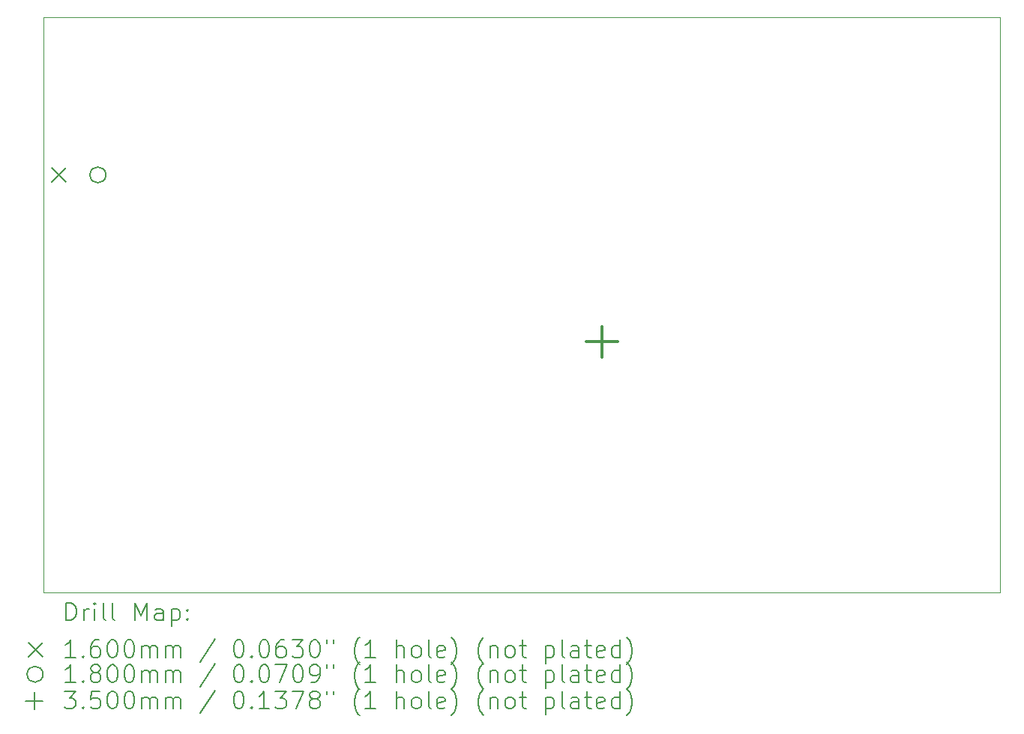
<source format=gbr>
%TF.GenerationSoftware,KiCad,Pcbnew,8.0.6*%
%TF.CreationDate,2025-12-26T07:31:26-05:00*%
%TF.ProjectId,pcb_moonratII,7063625f-6d6f-46f6-9e72-617449492e6b,1.0*%
%TF.SameCoordinates,Original*%
%TF.FileFunction,Drillmap*%
%TF.FilePolarity,Positive*%
%FSLAX45Y45*%
G04 Gerber Fmt 4.5, Leading zero omitted, Abs format (unit mm)*
G04 Created by KiCad (PCBNEW 8.0.6) date 2025-12-26 07:31:26*
%MOMM*%
%LPD*%
G01*
G04 APERTURE LIST*
%ADD10C,0.100000*%
%ADD11C,0.200000*%
%ADD12C,0.160000*%
%ADD13C,0.180000*%
%ADD14C,0.350000*%
G04 APERTURE END LIST*
D10*
X5000000Y-15000000D02*
X15800000Y-15000000D01*
X15800000Y-8500000D02*
X5000000Y-8500000D01*
X5000000Y-8500000D02*
X5000000Y-15000000D01*
X15800000Y-15000000D02*
X15800000Y-8500000D01*
D11*
D12*
X5095000Y-10200000D02*
X5255000Y-10360000D01*
X5255000Y-10200000D02*
X5095000Y-10360000D01*
D13*
X5705000Y-10280000D02*
G75*
G02*
X5525000Y-10280000I-90000J0D01*
G01*
X5525000Y-10280000D02*
G75*
G02*
X5705000Y-10280000I90000J0D01*
G01*
D14*
X11309000Y-11991971D02*
X11309000Y-12341971D01*
X11134000Y-12166971D02*
X11484000Y-12166971D01*
D11*
X5255777Y-15316484D02*
X5255777Y-15116484D01*
X5255777Y-15116484D02*
X5303396Y-15116484D01*
X5303396Y-15116484D02*
X5331967Y-15126008D01*
X5331967Y-15126008D02*
X5351015Y-15145055D01*
X5351015Y-15145055D02*
X5360539Y-15164103D01*
X5360539Y-15164103D02*
X5370063Y-15202198D01*
X5370063Y-15202198D02*
X5370063Y-15230769D01*
X5370063Y-15230769D02*
X5360539Y-15268865D01*
X5360539Y-15268865D02*
X5351015Y-15287912D01*
X5351015Y-15287912D02*
X5331967Y-15306960D01*
X5331967Y-15306960D02*
X5303396Y-15316484D01*
X5303396Y-15316484D02*
X5255777Y-15316484D01*
X5455777Y-15316484D02*
X5455777Y-15183150D01*
X5455777Y-15221246D02*
X5465301Y-15202198D01*
X5465301Y-15202198D02*
X5474824Y-15192674D01*
X5474824Y-15192674D02*
X5493872Y-15183150D01*
X5493872Y-15183150D02*
X5512920Y-15183150D01*
X5579586Y-15316484D02*
X5579586Y-15183150D01*
X5579586Y-15116484D02*
X5570063Y-15126008D01*
X5570063Y-15126008D02*
X5579586Y-15135531D01*
X5579586Y-15135531D02*
X5589110Y-15126008D01*
X5589110Y-15126008D02*
X5579586Y-15116484D01*
X5579586Y-15116484D02*
X5579586Y-15135531D01*
X5703396Y-15316484D02*
X5684348Y-15306960D01*
X5684348Y-15306960D02*
X5674824Y-15287912D01*
X5674824Y-15287912D02*
X5674824Y-15116484D01*
X5808158Y-15316484D02*
X5789110Y-15306960D01*
X5789110Y-15306960D02*
X5779586Y-15287912D01*
X5779586Y-15287912D02*
X5779586Y-15116484D01*
X6036729Y-15316484D02*
X6036729Y-15116484D01*
X6036729Y-15116484D02*
X6103396Y-15259341D01*
X6103396Y-15259341D02*
X6170062Y-15116484D01*
X6170062Y-15116484D02*
X6170062Y-15316484D01*
X6351015Y-15316484D02*
X6351015Y-15211722D01*
X6351015Y-15211722D02*
X6341491Y-15192674D01*
X6341491Y-15192674D02*
X6322443Y-15183150D01*
X6322443Y-15183150D02*
X6284348Y-15183150D01*
X6284348Y-15183150D02*
X6265301Y-15192674D01*
X6351015Y-15306960D02*
X6331967Y-15316484D01*
X6331967Y-15316484D02*
X6284348Y-15316484D01*
X6284348Y-15316484D02*
X6265301Y-15306960D01*
X6265301Y-15306960D02*
X6255777Y-15287912D01*
X6255777Y-15287912D02*
X6255777Y-15268865D01*
X6255777Y-15268865D02*
X6265301Y-15249817D01*
X6265301Y-15249817D02*
X6284348Y-15240293D01*
X6284348Y-15240293D02*
X6331967Y-15240293D01*
X6331967Y-15240293D02*
X6351015Y-15230769D01*
X6446253Y-15183150D02*
X6446253Y-15383150D01*
X6446253Y-15192674D02*
X6465301Y-15183150D01*
X6465301Y-15183150D02*
X6503396Y-15183150D01*
X6503396Y-15183150D02*
X6522443Y-15192674D01*
X6522443Y-15192674D02*
X6531967Y-15202198D01*
X6531967Y-15202198D02*
X6541491Y-15221246D01*
X6541491Y-15221246D02*
X6541491Y-15278388D01*
X6541491Y-15278388D02*
X6531967Y-15297436D01*
X6531967Y-15297436D02*
X6522443Y-15306960D01*
X6522443Y-15306960D02*
X6503396Y-15316484D01*
X6503396Y-15316484D02*
X6465301Y-15316484D01*
X6465301Y-15316484D02*
X6446253Y-15306960D01*
X6627205Y-15297436D02*
X6636729Y-15306960D01*
X6636729Y-15306960D02*
X6627205Y-15316484D01*
X6627205Y-15316484D02*
X6617682Y-15306960D01*
X6617682Y-15306960D02*
X6627205Y-15297436D01*
X6627205Y-15297436D02*
X6627205Y-15316484D01*
X6627205Y-15192674D02*
X6636729Y-15202198D01*
X6636729Y-15202198D02*
X6627205Y-15211722D01*
X6627205Y-15211722D02*
X6617682Y-15202198D01*
X6617682Y-15202198D02*
X6627205Y-15192674D01*
X6627205Y-15192674D02*
X6627205Y-15211722D01*
D12*
X4835000Y-15565000D02*
X4995000Y-15725000D01*
X4995000Y-15565000D02*
X4835000Y-15725000D01*
D11*
X5360539Y-15736484D02*
X5246253Y-15736484D01*
X5303396Y-15736484D02*
X5303396Y-15536484D01*
X5303396Y-15536484D02*
X5284348Y-15565055D01*
X5284348Y-15565055D02*
X5265301Y-15584103D01*
X5265301Y-15584103D02*
X5246253Y-15593627D01*
X5446253Y-15717436D02*
X5455777Y-15726960D01*
X5455777Y-15726960D02*
X5446253Y-15736484D01*
X5446253Y-15736484D02*
X5436729Y-15726960D01*
X5436729Y-15726960D02*
X5446253Y-15717436D01*
X5446253Y-15717436D02*
X5446253Y-15736484D01*
X5627205Y-15536484D02*
X5589110Y-15536484D01*
X5589110Y-15536484D02*
X5570063Y-15546008D01*
X5570063Y-15546008D02*
X5560539Y-15555531D01*
X5560539Y-15555531D02*
X5541491Y-15584103D01*
X5541491Y-15584103D02*
X5531967Y-15622198D01*
X5531967Y-15622198D02*
X5531967Y-15698388D01*
X5531967Y-15698388D02*
X5541491Y-15717436D01*
X5541491Y-15717436D02*
X5551015Y-15726960D01*
X5551015Y-15726960D02*
X5570063Y-15736484D01*
X5570063Y-15736484D02*
X5608158Y-15736484D01*
X5608158Y-15736484D02*
X5627205Y-15726960D01*
X5627205Y-15726960D02*
X5636729Y-15717436D01*
X5636729Y-15717436D02*
X5646253Y-15698388D01*
X5646253Y-15698388D02*
X5646253Y-15650769D01*
X5646253Y-15650769D02*
X5636729Y-15631722D01*
X5636729Y-15631722D02*
X5627205Y-15622198D01*
X5627205Y-15622198D02*
X5608158Y-15612674D01*
X5608158Y-15612674D02*
X5570063Y-15612674D01*
X5570063Y-15612674D02*
X5551015Y-15622198D01*
X5551015Y-15622198D02*
X5541491Y-15631722D01*
X5541491Y-15631722D02*
X5531967Y-15650769D01*
X5770062Y-15536484D02*
X5789110Y-15536484D01*
X5789110Y-15536484D02*
X5808158Y-15546008D01*
X5808158Y-15546008D02*
X5817682Y-15555531D01*
X5817682Y-15555531D02*
X5827205Y-15574579D01*
X5827205Y-15574579D02*
X5836729Y-15612674D01*
X5836729Y-15612674D02*
X5836729Y-15660293D01*
X5836729Y-15660293D02*
X5827205Y-15698388D01*
X5827205Y-15698388D02*
X5817682Y-15717436D01*
X5817682Y-15717436D02*
X5808158Y-15726960D01*
X5808158Y-15726960D02*
X5789110Y-15736484D01*
X5789110Y-15736484D02*
X5770062Y-15736484D01*
X5770062Y-15736484D02*
X5751015Y-15726960D01*
X5751015Y-15726960D02*
X5741491Y-15717436D01*
X5741491Y-15717436D02*
X5731967Y-15698388D01*
X5731967Y-15698388D02*
X5722443Y-15660293D01*
X5722443Y-15660293D02*
X5722443Y-15612674D01*
X5722443Y-15612674D02*
X5731967Y-15574579D01*
X5731967Y-15574579D02*
X5741491Y-15555531D01*
X5741491Y-15555531D02*
X5751015Y-15546008D01*
X5751015Y-15546008D02*
X5770062Y-15536484D01*
X5960539Y-15536484D02*
X5979586Y-15536484D01*
X5979586Y-15536484D02*
X5998634Y-15546008D01*
X5998634Y-15546008D02*
X6008158Y-15555531D01*
X6008158Y-15555531D02*
X6017682Y-15574579D01*
X6017682Y-15574579D02*
X6027205Y-15612674D01*
X6027205Y-15612674D02*
X6027205Y-15660293D01*
X6027205Y-15660293D02*
X6017682Y-15698388D01*
X6017682Y-15698388D02*
X6008158Y-15717436D01*
X6008158Y-15717436D02*
X5998634Y-15726960D01*
X5998634Y-15726960D02*
X5979586Y-15736484D01*
X5979586Y-15736484D02*
X5960539Y-15736484D01*
X5960539Y-15736484D02*
X5941491Y-15726960D01*
X5941491Y-15726960D02*
X5931967Y-15717436D01*
X5931967Y-15717436D02*
X5922443Y-15698388D01*
X5922443Y-15698388D02*
X5912920Y-15660293D01*
X5912920Y-15660293D02*
X5912920Y-15612674D01*
X5912920Y-15612674D02*
X5922443Y-15574579D01*
X5922443Y-15574579D02*
X5931967Y-15555531D01*
X5931967Y-15555531D02*
X5941491Y-15546008D01*
X5941491Y-15546008D02*
X5960539Y-15536484D01*
X6112920Y-15736484D02*
X6112920Y-15603150D01*
X6112920Y-15622198D02*
X6122443Y-15612674D01*
X6122443Y-15612674D02*
X6141491Y-15603150D01*
X6141491Y-15603150D02*
X6170063Y-15603150D01*
X6170063Y-15603150D02*
X6189110Y-15612674D01*
X6189110Y-15612674D02*
X6198634Y-15631722D01*
X6198634Y-15631722D02*
X6198634Y-15736484D01*
X6198634Y-15631722D02*
X6208158Y-15612674D01*
X6208158Y-15612674D02*
X6227205Y-15603150D01*
X6227205Y-15603150D02*
X6255777Y-15603150D01*
X6255777Y-15603150D02*
X6274824Y-15612674D01*
X6274824Y-15612674D02*
X6284348Y-15631722D01*
X6284348Y-15631722D02*
X6284348Y-15736484D01*
X6379586Y-15736484D02*
X6379586Y-15603150D01*
X6379586Y-15622198D02*
X6389110Y-15612674D01*
X6389110Y-15612674D02*
X6408158Y-15603150D01*
X6408158Y-15603150D02*
X6436729Y-15603150D01*
X6436729Y-15603150D02*
X6455777Y-15612674D01*
X6455777Y-15612674D02*
X6465301Y-15631722D01*
X6465301Y-15631722D02*
X6465301Y-15736484D01*
X6465301Y-15631722D02*
X6474824Y-15612674D01*
X6474824Y-15612674D02*
X6493872Y-15603150D01*
X6493872Y-15603150D02*
X6522443Y-15603150D01*
X6522443Y-15603150D02*
X6541491Y-15612674D01*
X6541491Y-15612674D02*
X6551015Y-15631722D01*
X6551015Y-15631722D02*
X6551015Y-15736484D01*
X6941491Y-15526960D02*
X6770063Y-15784103D01*
X7198634Y-15536484D02*
X7217682Y-15536484D01*
X7217682Y-15536484D02*
X7236729Y-15546008D01*
X7236729Y-15546008D02*
X7246253Y-15555531D01*
X7246253Y-15555531D02*
X7255777Y-15574579D01*
X7255777Y-15574579D02*
X7265301Y-15612674D01*
X7265301Y-15612674D02*
X7265301Y-15660293D01*
X7265301Y-15660293D02*
X7255777Y-15698388D01*
X7255777Y-15698388D02*
X7246253Y-15717436D01*
X7246253Y-15717436D02*
X7236729Y-15726960D01*
X7236729Y-15726960D02*
X7217682Y-15736484D01*
X7217682Y-15736484D02*
X7198634Y-15736484D01*
X7198634Y-15736484D02*
X7179586Y-15726960D01*
X7179586Y-15726960D02*
X7170063Y-15717436D01*
X7170063Y-15717436D02*
X7160539Y-15698388D01*
X7160539Y-15698388D02*
X7151015Y-15660293D01*
X7151015Y-15660293D02*
X7151015Y-15612674D01*
X7151015Y-15612674D02*
X7160539Y-15574579D01*
X7160539Y-15574579D02*
X7170063Y-15555531D01*
X7170063Y-15555531D02*
X7179586Y-15546008D01*
X7179586Y-15546008D02*
X7198634Y-15536484D01*
X7351015Y-15717436D02*
X7360539Y-15726960D01*
X7360539Y-15726960D02*
X7351015Y-15736484D01*
X7351015Y-15736484D02*
X7341491Y-15726960D01*
X7341491Y-15726960D02*
X7351015Y-15717436D01*
X7351015Y-15717436D02*
X7351015Y-15736484D01*
X7484348Y-15536484D02*
X7503396Y-15536484D01*
X7503396Y-15536484D02*
X7522444Y-15546008D01*
X7522444Y-15546008D02*
X7531967Y-15555531D01*
X7531967Y-15555531D02*
X7541491Y-15574579D01*
X7541491Y-15574579D02*
X7551015Y-15612674D01*
X7551015Y-15612674D02*
X7551015Y-15660293D01*
X7551015Y-15660293D02*
X7541491Y-15698388D01*
X7541491Y-15698388D02*
X7531967Y-15717436D01*
X7531967Y-15717436D02*
X7522444Y-15726960D01*
X7522444Y-15726960D02*
X7503396Y-15736484D01*
X7503396Y-15736484D02*
X7484348Y-15736484D01*
X7484348Y-15736484D02*
X7465301Y-15726960D01*
X7465301Y-15726960D02*
X7455777Y-15717436D01*
X7455777Y-15717436D02*
X7446253Y-15698388D01*
X7446253Y-15698388D02*
X7436729Y-15660293D01*
X7436729Y-15660293D02*
X7436729Y-15612674D01*
X7436729Y-15612674D02*
X7446253Y-15574579D01*
X7446253Y-15574579D02*
X7455777Y-15555531D01*
X7455777Y-15555531D02*
X7465301Y-15546008D01*
X7465301Y-15546008D02*
X7484348Y-15536484D01*
X7722444Y-15536484D02*
X7684348Y-15536484D01*
X7684348Y-15536484D02*
X7665301Y-15546008D01*
X7665301Y-15546008D02*
X7655777Y-15555531D01*
X7655777Y-15555531D02*
X7636729Y-15584103D01*
X7636729Y-15584103D02*
X7627206Y-15622198D01*
X7627206Y-15622198D02*
X7627206Y-15698388D01*
X7627206Y-15698388D02*
X7636729Y-15717436D01*
X7636729Y-15717436D02*
X7646253Y-15726960D01*
X7646253Y-15726960D02*
X7665301Y-15736484D01*
X7665301Y-15736484D02*
X7703396Y-15736484D01*
X7703396Y-15736484D02*
X7722444Y-15726960D01*
X7722444Y-15726960D02*
X7731967Y-15717436D01*
X7731967Y-15717436D02*
X7741491Y-15698388D01*
X7741491Y-15698388D02*
X7741491Y-15650769D01*
X7741491Y-15650769D02*
X7731967Y-15631722D01*
X7731967Y-15631722D02*
X7722444Y-15622198D01*
X7722444Y-15622198D02*
X7703396Y-15612674D01*
X7703396Y-15612674D02*
X7665301Y-15612674D01*
X7665301Y-15612674D02*
X7646253Y-15622198D01*
X7646253Y-15622198D02*
X7636729Y-15631722D01*
X7636729Y-15631722D02*
X7627206Y-15650769D01*
X7808158Y-15536484D02*
X7931967Y-15536484D01*
X7931967Y-15536484D02*
X7865301Y-15612674D01*
X7865301Y-15612674D02*
X7893872Y-15612674D01*
X7893872Y-15612674D02*
X7912920Y-15622198D01*
X7912920Y-15622198D02*
X7922444Y-15631722D01*
X7922444Y-15631722D02*
X7931967Y-15650769D01*
X7931967Y-15650769D02*
X7931967Y-15698388D01*
X7931967Y-15698388D02*
X7922444Y-15717436D01*
X7922444Y-15717436D02*
X7912920Y-15726960D01*
X7912920Y-15726960D02*
X7893872Y-15736484D01*
X7893872Y-15736484D02*
X7836729Y-15736484D01*
X7836729Y-15736484D02*
X7817682Y-15726960D01*
X7817682Y-15726960D02*
X7808158Y-15717436D01*
X8055777Y-15536484D02*
X8074825Y-15536484D01*
X8074825Y-15536484D02*
X8093872Y-15546008D01*
X8093872Y-15546008D02*
X8103396Y-15555531D01*
X8103396Y-15555531D02*
X8112920Y-15574579D01*
X8112920Y-15574579D02*
X8122444Y-15612674D01*
X8122444Y-15612674D02*
X8122444Y-15660293D01*
X8122444Y-15660293D02*
X8112920Y-15698388D01*
X8112920Y-15698388D02*
X8103396Y-15717436D01*
X8103396Y-15717436D02*
X8093872Y-15726960D01*
X8093872Y-15726960D02*
X8074825Y-15736484D01*
X8074825Y-15736484D02*
X8055777Y-15736484D01*
X8055777Y-15736484D02*
X8036729Y-15726960D01*
X8036729Y-15726960D02*
X8027206Y-15717436D01*
X8027206Y-15717436D02*
X8017682Y-15698388D01*
X8017682Y-15698388D02*
X8008158Y-15660293D01*
X8008158Y-15660293D02*
X8008158Y-15612674D01*
X8008158Y-15612674D02*
X8017682Y-15574579D01*
X8017682Y-15574579D02*
X8027206Y-15555531D01*
X8027206Y-15555531D02*
X8036729Y-15546008D01*
X8036729Y-15546008D02*
X8055777Y-15536484D01*
X8198634Y-15536484D02*
X8198634Y-15574579D01*
X8274825Y-15536484D02*
X8274825Y-15574579D01*
X8570063Y-15812674D02*
X8560539Y-15803150D01*
X8560539Y-15803150D02*
X8541491Y-15774579D01*
X8541491Y-15774579D02*
X8531968Y-15755531D01*
X8531968Y-15755531D02*
X8522444Y-15726960D01*
X8522444Y-15726960D02*
X8512920Y-15679341D01*
X8512920Y-15679341D02*
X8512920Y-15641246D01*
X8512920Y-15641246D02*
X8522444Y-15593627D01*
X8522444Y-15593627D02*
X8531968Y-15565055D01*
X8531968Y-15565055D02*
X8541491Y-15546008D01*
X8541491Y-15546008D02*
X8560539Y-15517436D01*
X8560539Y-15517436D02*
X8570063Y-15507912D01*
X8751015Y-15736484D02*
X8636730Y-15736484D01*
X8693872Y-15736484D02*
X8693872Y-15536484D01*
X8693872Y-15536484D02*
X8674825Y-15565055D01*
X8674825Y-15565055D02*
X8655777Y-15584103D01*
X8655777Y-15584103D02*
X8636730Y-15593627D01*
X8989111Y-15736484D02*
X8989111Y-15536484D01*
X9074825Y-15736484D02*
X9074825Y-15631722D01*
X9074825Y-15631722D02*
X9065301Y-15612674D01*
X9065301Y-15612674D02*
X9046253Y-15603150D01*
X9046253Y-15603150D02*
X9017682Y-15603150D01*
X9017682Y-15603150D02*
X8998634Y-15612674D01*
X8998634Y-15612674D02*
X8989111Y-15622198D01*
X9198634Y-15736484D02*
X9179587Y-15726960D01*
X9179587Y-15726960D02*
X9170063Y-15717436D01*
X9170063Y-15717436D02*
X9160539Y-15698388D01*
X9160539Y-15698388D02*
X9160539Y-15641246D01*
X9160539Y-15641246D02*
X9170063Y-15622198D01*
X9170063Y-15622198D02*
X9179587Y-15612674D01*
X9179587Y-15612674D02*
X9198634Y-15603150D01*
X9198634Y-15603150D02*
X9227206Y-15603150D01*
X9227206Y-15603150D02*
X9246253Y-15612674D01*
X9246253Y-15612674D02*
X9255777Y-15622198D01*
X9255777Y-15622198D02*
X9265301Y-15641246D01*
X9265301Y-15641246D02*
X9265301Y-15698388D01*
X9265301Y-15698388D02*
X9255777Y-15717436D01*
X9255777Y-15717436D02*
X9246253Y-15726960D01*
X9246253Y-15726960D02*
X9227206Y-15736484D01*
X9227206Y-15736484D02*
X9198634Y-15736484D01*
X9379587Y-15736484D02*
X9360539Y-15726960D01*
X9360539Y-15726960D02*
X9351015Y-15707912D01*
X9351015Y-15707912D02*
X9351015Y-15536484D01*
X9531968Y-15726960D02*
X9512920Y-15736484D01*
X9512920Y-15736484D02*
X9474825Y-15736484D01*
X9474825Y-15736484D02*
X9455777Y-15726960D01*
X9455777Y-15726960D02*
X9446253Y-15707912D01*
X9446253Y-15707912D02*
X9446253Y-15631722D01*
X9446253Y-15631722D02*
X9455777Y-15612674D01*
X9455777Y-15612674D02*
X9474825Y-15603150D01*
X9474825Y-15603150D02*
X9512920Y-15603150D01*
X9512920Y-15603150D02*
X9531968Y-15612674D01*
X9531968Y-15612674D02*
X9541492Y-15631722D01*
X9541492Y-15631722D02*
X9541492Y-15650769D01*
X9541492Y-15650769D02*
X9446253Y-15669817D01*
X9608158Y-15812674D02*
X9617682Y-15803150D01*
X9617682Y-15803150D02*
X9636730Y-15774579D01*
X9636730Y-15774579D02*
X9646253Y-15755531D01*
X9646253Y-15755531D02*
X9655777Y-15726960D01*
X9655777Y-15726960D02*
X9665301Y-15679341D01*
X9665301Y-15679341D02*
X9665301Y-15641246D01*
X9665301Y-15641246D02*
X9655777Y-15593627D01*
X9655777Y-15593627D02*
X9646253Y-15565055D01*
X9646253Y-15565055D02*
X9636730Y-15546008D01*
X9636730Y-15546008D02*
X9617682Y-15517436D01*
X9617682Y-15517436D02*
X9608158Y-15507912D01*
X9970063Y-15812674D02*
X9960539Y-15803150D01*
X9960539Y-15803150D02*
X9941492Y-15774579D01*
X9941492Y-15774579D02*
X9931968Y-15755531D01*
X9931968Y-15755531D02*
X9922444Y-15726960D01*
X9922444Y-15726960D02*
X9912920Y-15679341D01*
X9912920Y-15679341D02*
X9912920Y-15641246D01*
X9912920Y-15641246D02*
X9922444Y-15593627D01*
X9922444Y-15593627D02*
X9931968Y-15565055D01*
X9931968Y-15565055D02*
X9941492Y-15546008D01*
X9941492Y-15546008D02*
X9960539Y-15517436D01*
X9960539Y-15517436D02*
X9970063Y-15507912D01*
X10046253Y-15603150D02*
X10046253Y-15736484D01*
X10046253Y-15622198D02*
X10055777Y-15612674D01*
X10055777Y-15612674D02*
X10074825Y-15603150D01*
X10074825Y-15603150D02*
X10103396Y-15603150D01*
X10103396Y-15603150D02*
X10122444Y-15612674D01*
X10122444Y-15612674D02*
X10131968Y-15631722D01*
X10131968Y-15631722D02*
X10131968Y-15736484D01*
X10255777Y-15736484D02*
X10236730Y-15726960D01*
X10236730Y-15726960D02*
X10227206Y-15717436D01*
X10227206Y-15717436D02*
X10217682Y-15698388D01*
X10217682Y-15698388D02*
X10217682Y-15641246D01*
X10217682Y-15641246D02*
X10227206Y-15622198D01*
X10227206Y-15622198D02*
X10236730Y-15612674D01*
X10236730Y-15612674D02*
X10255777Y-15603150D01*
X10255777Y-15603150D02*
X10284349Y-15603150D01*
X10284349Y-15603150D02*
X10303396Y-15612674D01*
X10303396Y-15612674D02*
X10312920Y-15622198D01*
X10312920Y-15622198D02*
X10322444Y-15641246D01*
X10322444Y-15641246D02*
X10322444Y-15698388D01*
X10322444Y-15698388D02*
X10312920Y-15717436D01*
X10312920Y-15717436D02*
X10303396Y-15726960D01*
X10303396Y-15726960D02*
X10284349Y-15736484D01*
X10284349Y-15736484D02*
X10255777Y-15736484D01*
X10379587Y-15603150D02*
X10455777Y-15603150D01*
X10408158Y-15536484D02*
X10408158Y-15707912D01*
X10408158Y-15707912D02*
X10417682Y-15726960D01*
X10417682Y-15726960D02*
X10436730Y-15736484D01*
X10436730Y-15736484D02*
X10455777Y-15736484D01*
X10674825Y-15603150D02*
X10674825Y-15803150D01*
X10674825Y-15612674D02*
X10693873Y-15603150D01*
X10693873Y-15603150D02*
X10731968Y-15603150D01*
X10731968Y-15603150D02*
X10751015Y-15612674D01*
X10751015Y-15612674D02*
X10760539Y-15622198D01*
X10760539Y-15622198D02*
X10770063Y-15641246D01*
X10770063Y-15641246D02*
X10770063Y-15698388D01*
X10770063Y-15698388D02*
X10760539Y-15717436D01*
X10760539Y-15717436D02*
X10751015Y-15726960D01*
X10751015Y-15726960D02*
X10731968Y-15736484D01*
X10731968Y-15736484D02*
X10693873Y-15736484D01*
X10693873Y-15736484D02*
X10674825Y-15726960D01*
X10884349Y-15736484D02*
X10865301Y-15726960D01*
X10865301Y-15726960D02*
X10855777Y-15707912D01*
X10855777Y-15707912D02*
X10855777Y-15536484D01*
X11046254Y-15736484D02*
X11046254Y-15631722D01*
X11046254Y-15631722D02*
X11036730Y-15612674D01*
X11036730Y-15612674D02*
X11017682Y-15603150D01*
X11017682Y-15603150D02*
X10979587Y-15603150D01*
X10979587Y-15603150D02*
X10960539Y-15612674D01*
X11046254Y-15726960D02*
X11027206Y-15736484D01*
X11027206Y-15736484D02*
X10979587Y-15736484D01*
X10979587Y-15736484D02*
X10960539Y-15726960D01*
X10960539Y-15726960D02*
X10951015Y-15707912D01*
X10951015Y-15707912D02*
X10951015Y-15688865D01*
X10951015Y-15688865D02*
X10960539Y-15669817D01*
X10960539Y-15669817D02*
X10979587Y-15660293D01*
X10979587Y-15660293D02*
X11027206Y-15660293D01*
X11027206Y-15660293D02*
X11046254Y-15650769D01*
X11112920Y-15603150D02*
X11189111Y-15603150D01*
X11141492Y-15536484D02*
X11141492Y-15707912D01*
X11141492Y-15707912D02*
X11151015Y-15726960D01*
X11151015Y-15726960D02*
X11170063Y-15736484D01*
X11170063Y-15736484D02*
X11189111Y-15736484D01*
X11331968Y-15726960D02*
X11312920Y-15736484D01*
X11312920Y-15736484D02*
X11274825Y-15736484D01*
X11274825Y-15736484D02*
X11255777Y-15726960D01*
X11255777Y-15726960D02*
X11246253Y-15707912D01*
X11246253Y-15707912D02*
X11246253Y-15631722D01*
X11246253Y-15631722D02*
X11255777Y-15612674D01*
X11255777Y-15612674D02*
X11274825Y-15603150D01*
X11274825Y-15603150D02*
X11312920Y-15603150D01*
X11312920Y-15603150D02*
X11331968Y-15612674D01*
X11331968Y-15612674D02*
X11341492Y-15631722D01*
X11341492Y-15631722D02*
X11341492Y-15650769D01*
X11341492Y-15650769D02*
X11246253Y-15669817D01*
X11512920Y-15736484D02*
X11512920Y-15536484D01*
X11512920Y-15726960D02*
X11493873Y-15736484D01*
X11493873Y-15736484D02*
X11455777Y-15736484D01*
X11455777Y-15736484D02*
X11436730Y-15726960D01*
X11436730Y-15726960D02*
X11427206Y-15717436D01*
X11427206Y-15717436D02*
X11417682Y-15698388D01*
X11417682Y-15698388D02*
X11417682Y-15641246D01*
X11417682Y-15641246D02*
X11427206Y-15622198D01*
X11427206Y-15622198D02*
X11436730Y-15612674D01*
X11436730Y-15612674D02*
X11455777Y-15603150D01*
X11455777Y-15603150D02*
X11493873Y-15603150D01*
X11493873Y-15603150D02*
X11512920Y-15612674D01*
X11589111Y-15812674D02*
X11598634Y-15803150D01*
X11598634Y-15803150D02*
X11617682Y-15774579D01*
X11617682Y-15774579D02*
X11627206Y-15755531D01*
X11627206Y-15755531D02*
X11636730Y-15726960D01*
X11636730Y-15726960D02*
X11646253Y-15679341D01*
X11646253Y-15679341D02*
X11646253Y-15641246D01*
X11646253Y-15641246D02*
X11636730Y-15593627D01*
X11636730Y-15593627D02*
X11627206Y-15565055D01*
X11627206Y-15565055D02*
X11617682Y-15546008D01*
X11617682Y-15546008D02*
X11598634Y-15517436D01*
X11598634Y-15517436D02*
X11589111Y-15507912D01*
D13*
X4995000Y-15925000D02*
G75*
G02*
X4815000Y-15925000I-90000J0D01*
G01*
X4815000Y-15925000D02*
G75*
G02*
X4995000Y-15925000I90000J0D01*
G01*
D11*
X5360539Y-16016484D02*
X5246253Y-16016484D01*
X5303396Y-16016484D02*
X5303396Y-15816484D01*
X5303396Y-15816484D02*
X5284348Y-15845055D01*
X5284348Y-15845055D02*
X5265301Y-15864103D01*
X5265301Y-15864103D02*
X5246253Y-15873627D01*
X5446253Y-15997436D02*
X5455777Y-16006960D01*
X5455777Y-16006960D02*
X5446253Y-16016484D01*
X5446253Y-16016484D02*
X5436729Y-16006960D01*
X5436729Y-16006960D02*
X5446253Y-15997436D01*
X5446253Y-15997436D02*
X5446253Y-16016484D01*
X5570063Y-15902198D02*
X5551015Y-15892674D01*
X5551015Y-15892674D02*
X5541491Y-15883150D01*
X5541491Y-15883150D02*
X5531967Y-15864103D01*
X5531967Y-15864103D02*
X5531967Y-15854579D01*
X5531967Y-15854579D02*
X5541491Y-15835531D01*
X5541491Y-15835531D02*
X5551015Y-15826008D01*
X5551015Y-15826008D02*
X5570063Y-15816484D01*
X5570063Y-15816484D02*
X5608158Y-15816484D01*
X5608158Y-15816484D02*
X5627205Y-15826008D01*
X5627205Y-15826008D02*
X5636729Y-15835531D01*
X5636729Y-15835531D02*
X5646253Y-15854579D01*
X5646253Y-15854579D02*
X5646253Y-15864103D01*
X5646253Y-15864103D02*
X5636729Y-15883150D01*
X5636729Y-15883150D02*
X5627205Y-15892674D01*
X5627205Y-15892674D02*
X5608158Y-15902198D01*
X5608158Y-15902198D02*
X5570063Y-15902198D01*
X5570063Y-15902198D02*
X5551015Y-15911722D01*
X5551015Y-15911722D02*
X5541491Y-15921246D01*
X5541491Y-15921246D02*
X5531967Y-15940293D01*
X5531967Y-15940293D02*
X5531967Y-15978388D01*
X5531967Y-15978388D02*
X5541491Y-15997436D01*
X5541491Y-15997436D02*
X5551015Y-16006960D01*
X5551015Y-16006960D02*
X5570063Y-16016484D01*
X5570063Y-16016484D02*
X5608158Y-16016484D01*
X5608158Y-16016484D02*
X5627205Y-16006960D01*
X5627205Y-16006960D02*
X5636729Y-15997436D01*
X5636729Y-15997436D02*
X5646253Y-15978388D01*
X5646253Y-15978388D02*
X5646253Y-15940293D01*
X5646253Y-15940293D02*
X5636729Y-15921246D01*
X5636729Y-15921246D02*
X5627205Y-15911722D01*
X5627205Y-15911722D02*
X5608158Y-15902198D01*
X5770062Y-15816484D02*
X5789110Y-15816484D01*
X5789110Y-15816484D02*
X5808158Y-15826008D01*
X5808158Y-15826008D02*
X5817682Y-15835531D01*
X5817682Y-15835531D02*
X5827205Y-15854579D01*
X5827205Y-15854579D02*
X5836729Y-15892674D01*
X5836729Y-15892674D02*
X5836729Y-15940293D01*
X5836729Y-15940293D02*
X5827205Y-15978388D01*
X5827205Y-15978388D02*
X5817682Y-15997436D01*
X5817682Y-15997436D02*
X5808158Y-16006960D01*
X5808158Y-16006960D02*
X5789110Y-16016484D01*
X5789110Y-16016484D02*
X5770062Y-16016484D01*
X5770062Y-16016484D02*
X5751015Y-16006960D01*
X5751015Y-16006960D02*
X5741491Y-15997436D01*
X5741491Y-15997436D02*
X5731967Y-15978388D01*
X5731967Y-15978388D02*
X5722443Y-15940293D01*
X5722443Y-15940293D02*
X5722443Y-15892674D01*
X5722443Y-15892674D02*
X5731967Y-15854579D01*
X5731967Y-15854579D02*
X5741491Y-15835531D01*
X5741491Y-15835531D02*
X5751015Y-15826008D01*
X5751015Y-15826008D02*
X5770062Y-15816484D01*
X5960539Y-15816484D02*
X5979586Y-15816484D01*
X5979586Y-15816484D02*
X5998634Y-15826008D01*
X5998634Y-15826008D02*
X6008158Y-15835531D01*
X6008158Y-15835531D02*
X6017682Y-15854579D01*
X6017682Y-15854579D02*
X6027205Y-15892674D01*
X6027205Y-15892674D02*
X6027205Y-15940293D01*
X6027205Y-15940293D02*
X6017682Y-15978388D01*
X6017682Y-15978388D02*
X6008158Y-15997436D01*
X6008158Y-15997436D02*
X5998634Y-16006960D01*
X5998634Y-16006960D02*
X5979586Y-16016484D01*
X5979586Y-16016484D02*
X5960539Y-16016484D01*
X5960539Y-16016484D02*
X5941491Y-16006960D01*
X5941491Y-16006960D02*
X5931967Y-15997436D01*
X5931967Y-15997436D02*
X5922443Y-15978388D01*
X5922443Y-15978388D02*
X5912920Y-15940293D01*
X5912920Y-15940293D02*
X5912920Y-15892674D01*
X5912920Y-15892674D02*
X5922443Y-15854579D01*
X5922443Y-15854579D02*
X5931967Y-15835531D01*
X5931967Y-15835531D02*
X5941491Y-15826008D01*
X5941491Y-15826008D02*
X5960539Y-15816484D01*
X6112920Y-16016484D02*
X6112920Y-15883150D01*
X6112920Y-15902198D02*
X6122443Y-15892674D01*
X6122443Y-15892674D02*
X6141491Y-15883150D01*
X6141491Y-15883150D02*
X6170063Y-15883150D01*
X6170063Y-15883150D02*
X6189110Y-15892674D01*
X6189110Y-15892674D02*
X6198634Y-15911722D01*
X6198634Y-15911722D02*
X6198634Y-16016484D01*
X6198634Y-15911722D02*
X6208158Y-15892674D01*
X6208158Y-15892674D02*
X6227205Y-15883150D01*
X6227205Y-15883150D02*
X6255777Y-15883150D01*
X6255777Y-15883150D02*
X6274824Y-15892674D01*
X6274824Y-15892674D02*
X6284348Y-15911722D01*
X6284348Y-15911722D02*
X6284348Y-16016484D01*
X6379586Y-16016484D02*
X6379586Y-15883150D01*
X6379586Y-15902198D02*
X6389110Y-15892674D01*
X6389110Y-15892674D02*
X6408158Y-15883150D01*
X6408158Y-15883150D02*
X6436729Y-15883150D01*
X6436729Y-15883150D02*
X6455777Y-15892674D01*
X6455777Y-15892674D02*
X6465301Y-15911722D01*
X6465301Y-15911722D02*
X6465301Y-16016484D01*
X6465301Y-15911722D02*
X6474824Y-15892674D01*
X6474824Y-15892674D02*
X6493872Y-15883150D01*
X6493872Y-15883150D02*
X6522443Y-15883150D01*
X6522443Y-15883150D02*
X6541491Y-15892674D01*
X6541491Y-15892674D02*
X6551015Y-15911722D01*
X6551015Y-15911722D02*
X6551015Y-16016484D01*
X6941491Y-15806960D02*
X6770063Y-16064103D01*
X7198634Y-15816484D02*
X7217682Y-15816484D01*
X7217682Y-15816484D02*
X7236729Y-15826008D01*
X7236729Y-15826008D02*
X7246253Y-15835531D01*
X7246253Y-15835531D02*
X7255777Y-15854579D01*
X7255777Y-15854579D02*
X7265301Y-15892674D01*
X7265301Y-15892674D02*
X7265301Y-15940293D01*
X7265301Y-15940293D02*
X7255777Y-15978388D01*
X7255777Y-15978388D02*
X7246253Y-15997436D01*
X7246253Y-15997436D02*
X7236729Y-16006960D01*
X7236729Y-16006960D02*
X7217682Y-16016484D01*
X7217682Y-16016484D02*
X7198634Y-16016484D01*
X7198634Y-16016484D02*
X7179586Y-16006960D01*
X7179586Y-16006960D02*
X7170063Y-15997436D01*
X7170063Y-15997436D02*
X7160539Y-15978388D01*
X7160539Y-15978388D02*
X7151015Y-15940293D01*
X7151015Y-15940293D02*
X7151015Y-15892674D01*
X7151015Y-15892674D02*
X7160539Y-15854579D01*
X7160539Y-15854579D02*
X7170063Y-15835531D01*
X7170063Y-15835531D02*
X7179586Y-15826008D01*
X7179586Y-15826008D02*
X7198634Y-15816484D01*
X7351015Y-15997436D02*
X7360539Y-16006960D01*
X7360539Y-16006960D02*
X7351015Y-16016484D01*
X7351015Y-16016484D02*
X7341491Y-16006960D01*
X7341491Y-16006960D02*
X7351015Y-15997436D01*
X7351015Y-15997436D02*
X7351015Y-16016484D01*
X7484348Y-15816484D02*
X7503396Y-15816484D01*
X7503396Y-15816484D02*
X7522444Y-15826008D01*
X7522444Y-15826008D02*
X7531967Y-15835531D01*
X7531967Y-15835531D02*
X7541491Y-15854579D01*
X7541491Y-15854579D02*
X7551015Y-15892674D01*
X7551015Y-15892674D02*
X7551015Y-15940293D01*
X7551015Y-15940293D02*
X7541491Y-15978388D01*
X7541491Y-15978388D02*
X7531967Y-15997436D01*
X7531967Y-15997436D02*
X7522444Y-16006960D01*
X7522444Y-16006960D02*
X7503396Y-16016484D01*
X7503396Y-16016484D02*
X7484348Y-16016484D01*
X7484348Y-16016484D02*
X7465301Y-16006960D01*
X7465301Y-16006960D02*
X7455777Y-15997436D01*
X7455777Y-15997436D02*
X7446253Y-15978388D01*
X7446253Y-15978388D02*
X7436729Y-15940293D01*
X7436729Y-15940293D02*
X7436729Y-15892674D01*
X7436729Y-15892674D02*
X7446253Y-15854579D01*
X7446253Y-15854579D02*
X7455777Y-15835531D01*
X7455777Y-15835531D02*
X7465301Y-15826008D01*
X7465301Y-15826008D02*
X7484348Y-15816484D01*
X7617682Y-15816484D02*
X7751015Y-15816484D01*
X7751015Y-15816484D02*
X7665301Y-16016484D01*
X7865301Y-15816484D02*
X7884348Y-15816484D01*
X7884348Y-15816484D02*
X7903396Y-15826008D01*
X7903396Y-15826008D02*
X7912920Y-15835531D01*
X7912920Y-15835531D02*
X7922444Y-15854579D01*
X7922444Y-15854579D02*
X7931967Y-15892674D01*
X7931967Y-15892674D02*
X7931967Y-15940293D01*
X7931967Y-15940293D02*
X7922444Y-15978388D01*
X7922444Y-15978388D02*
X7912920Y-15997436D01*
X7912920Y-15997436D02*
X7903396Y-16006960D01*
X7903396Y-16006960D02*
X7884348Y-16016484D01*
X7884348Y-16016484D02*
X7865301Y-16016484D01*
X7865301Y-16016484D02*
X7846253Y-16006960D01*
X7846253Y-16006960D02*
X7836729Y-15997436D01*
X7836729Y-15997436D02*
X7827206Y-15978388D01*
X7827206Y-15978388D02*
X7817682Y-15940293D01*
X7817682Y-15940293D02*
X7817682Y-15892674D01*
X7817682Y-15892674D02*
X7827206Y-15854579D01*
X7827206Y-15854579D02*
X7836729Y-15835531D01*
X7836729Y-15835531D02*
X7846253Y-15826008D01*
X7846253Y-15826008D02*
X7865301Y-15816484D01*
X8027206Y-16016484D02*
X8065301Y-16016484D01*
X8065301Y-16016484D02*
X8084348Y-16006960D01*
X8084348Y-16006960D02*
X8093872Y-15997436D01*
X8093872Y-15997436D02*
X8112920Y-15968865D01*
X8112920Y-15968865D02*
X8122444Y-15930769D01*
X8122444Y-15930769D02*
X8122444Y-15854579D01*
X8122444Y-15854579D02*
X8112920Y-15835531D01*
X8112920Y-15835531D02*
X8103396Y-15826008D01*
X8103396Y-15826008D02*
X8084348Y-15816484D01*
X8084348Y-15816484D02*
X8046253Y-15816484D01*
X8046253Y-15816484D02*
X8027206Y-15826008D01*
X8027206Y-15826008D02*
X8017682Y-15835531D01*
X8017682Y-15835531D02*
X8008158Y-15854579D01*
X8008158Y-15854579D02*
X8008158Y-15902198D01*
X8008158Y-15902198D02*
X8017682Y-15921246D01*
X8017682Y-15921246D02*
X8027206Y-15930769D01*
X8027206Y-15930769D02*
X8046253Y-15940293D01*
X8046253Y-15940293D02*
X8084348Y-15940293D01*
X8084348Y-15940293D02*
X8103396Y-15930769D01*
X8103396Y-15930769D02*
X8112920Y-15921246D01*
X8112920Y-15921246D02*
X8122444Y-15902198D01*
X8198634Y-15816484D02*
X8198634Y-15854579D01*
X8274825Y-15816484D02*
X8274825Y-15854579D01*
X8570063Y-16092674D02*
X8560539Y-16083150D01*
X8560539Y-16083150D02*
X8541491Y-16054579D01*
X8541491Y-16054579D02*
X8531968Y-16035531D01*
X8531968Y-16035531D02*
X8522444Y-16006960D01*
X8522444Y-16006960D02*
X8512920Y-15959341D01*
X8512920Y-15959341D02*
X8512920Y-15921246D01*
X8512920Y-15921246D02*
X8522444Y-15873627D01*
X8522444Y-15873627D02*
X8531968Y-15845055D01*
X8531968Y-15845055D02*
X8541491Y-15826008D01*
X8541491Y-15826008D02*
X8560539Y-15797436D01*
X8560539Y-15797436D02*
X8570063Y-15787912D01*
X8751015Y-16016484D02*
X8636730Y-16016484D01*
X8693872Y-16016484D02*
X8693872Y-15816484D01*
X8693872Y-15816484D02*
X8674825Y-15845055D01*
X8674825Y-15845055D02*
X8655777Y-15864103D01*
X8655777Y-15864103D02*
X8636730Y-15873627D01*
X8989111Y-16016484D02*
X8989111Y-15816484D01*
X9074825Y-16016484D02*
X9074825Y-15911722D01*
X9074825Y-15911722D02*
X9065301Y-15892674D01*
X9065301Y-15892674D02*
X9046253Y-15883150D01*
X9046253Y-15883150D02*
X9017682Y-15883150D01*
X9017682Y-15883150D02*
X8998634Y-15892674D01*
X8998634Y-15892674D02*
X8989111Y-15902198D01*
X9198634Y-16016484D02*
X9179587Y-16006960D01*
X9179587Y-16006960D02*
X9170063Y-15997436D01*
X9170063Y-15997436D02*
X9160539Y-15978388D01*
X9160539Y-15978388D02*
X9160539Y-15921246D01*
X9160539Y-15921246D02*
X9170063Y-15902198D01*
X9170063Y-15902198D02*
X9179587Y-15892674D01*
X9179587Y-15892674D02*
X9198634Y-15883150D01*
X9198634Y-15883150D02*
X9227206Y-15883150D01*
X9227206Y-15883150D02*
X9246253Y-15892674D01*
X9246253Y-15892674D02*
X9255777Y-15902198D01*
X9255777Y-15902198D02*
X9265301Y-15921246D01*
X9265301Y-15921246D02*
X9265301Y-15978388D01*
X9265301Y-15978388D02*
X9255777Y-15997436D01*
X9255777Y-15997436D02*
X9246253Y-16006960D01*
X9246253Y-16006960D02*
X9227206Y-16016484D01*
X9227206Y-16016484D02*
X9198634Y-16016484D01*
X9379587Y-16016484D02*
X9360539Y-16006960D01*
X9360539Y-16006960D02*
X9351015Y-15987912D01*
X9351015Y-15987912D02*
X9351015Y-15816484D01*
X9531968Y-16006960D02*
X9512920Y-16016484D01*
X9512920Y-16016484D02*
X9474825Y-16016484D01*
X9474825Y-16016484D02*
X9455777Y-16006960D01*
X9455777Y-16006960D02*
X9446253Y-15987912D01*
X9446253Y-15987912D02*
X9446253Y-15911722D01*
X9446253Y-15911722D02*
X9455777Y-15892674D01*
X9455777Y-15892674D02*
X9474825Y-15883150D01*
X9474825Y-15883150D02*
X9512920Y-15883150D01*
X9512920Y-15883150D02*
X9531968Y-15892674D01*
X9531968Y-15892674D02*
X9541492Y-15911722D01*
X9541492Y-15911722D02*
X9541492Y-15930769D01*
X9541492Y-15930769D02*
X9446253Y-15949817D01*
X9608158Y-16092674D02*
X9617682Y-16083150D01*
X9617682Y-16083150D02*
X9636730Y-16054579D01*
X9636730Y-16054579D02*
X9646253Y-16035531D01*
X9646253Y-16035531D02*
X9655777Y-16006960D01*
X9655777Y-16006960D02*
X9665301Y-15959341D01*
X9665301Y-15959341D02*
X9665301Y-15921246D01*
X9665301Y-15921246D02*
X9655777Y-15873627D01*
X9655777Y-15873627D02*
X9646253Y-15845055D01*
X9646253Y-15845055D02*
X9636730Y-15826008D01*
X9636730Y-15826008D02*
X9617682Y-15797436D01*
X9617682Y-15797436D02*
X9608158Y-15787912D01*
X9970063Y-16092674D02*
X9960539Y-16083150D01*
X9960539Y-16083150D02*
X9941492Y-16054579D01*
X9941492Y-16054579D02*
X9931968Y-16035531D01*
X9931968Y-16035531D02*
X9922444Y-16006960D01*
X9922444Y-16006960D02*
X9912920Y-15959341D01*
X9912920Y-15959341D02*
X9912920Y-15921246D01*
X9912920Y-15921246D02*
X9922444Y-15873627D01*
X9922444Y-15873627D02*
X9931968Y-15845055D01*
X9931968Y-15845055D02*
X9941492Y-15826008D01*
X9941492Y-15826008D02*
X9960539Y-15797436D01*
X9960539Y-15797436D02*
X9970063Y-15787912D01*
X10046253Y-15883150D02*
X10046253Y-16016484D01*
X10046253Y-15902198D02*
X10055777Y-15892674D01*
X10055777Y-15892674D02*
X10074825Y-15883150D01*
X10074825Y-15883150D02*
X10103396Y-15883150D01*
X10103396Y-15883150D02*
X10122444Y-15892674D01*
X10122444Y-15892674D02*
X10131968Y-15911722D01*
X10131968Y-15911722D02*
X10131968Y-16016484D01*
X10255777Y-16016484D02*
X10236730Y-16006960D01*
X10236730Y-16006960D02*
X10227206Y-15997436D01*
X10227206Y-15997436D02*
X10217682Y-15978388D01*
X10217682Y-15978388D02*
X10217682Y-15921246D01*
X10217682Y-15921246D02*
X10227206Y-15902198D01*
X10227206Y-15902198D02*
X10236730Y-15892674D01*
X10236730Y-15892674D02*
X10255777Y-15883150D01*
X10255777Y-15883150D02*
X10284349Y-15883150D01*
X10284349Y-15883150D02*
X10303396Y-15892674D01*
X10303396Y-15892674D02*
X10312920Y-15902198D01*
X10312920Y-15902198D02*
X10322444Y-15921246D01*
X10322444Y-15921246D02*
X10322444Y-15978388D01*
X10322444Y-15978388D02*
X10312920Y-15997436D01*
X10312920Y-15997436D02*
X10303396Y-16006960D01*
X10303396Y-16006960D02*
X10284349Y-16016484D01*
X10284349Y-16016484D02*
X10255777Y-16016484D01*
X10379587Y-15883150D02*
X10455777Y-15883150D01*
X10408158Y-15816484D02*
X10408158Y-15987912D01*
X10408158Y-15987912D02*
X10417682Y-16006960D01*
X10417682Y-16006960D02*
X10436730Y-16016484D01*
X10436730Y-16016484D02*
X10455777Y-16016484D01*
X10674825Y-15883150D02*
X10674825Y-16083150D01*
X10674825Y-15892674D02*
X10693873Y-15883150D01*
X10693873Y-15883150D02*
X10731968Y-15883150D01*
X10731968Y-15883150D02*
X10751015Y-15892674D01*
X10751015Y-15892674D02*
X10760539Y-15902198D01*
X10760539Y-15902198D02*
X10770063Y-15921246D01*
X10770063Y-15921246D02*
X10770063Y-15978388D01*
X10770063Y-15978388D02*
X10760539Y-15997436D01*
X10760539Y-15997436D02*
X10751015Y-16006960D01*
X10751015Y-16006960D02*
X10731968Y-16016484D01*
X10731968Y-16016484D02*
X10693873Y-16016484D01*
X10693873Y-16016484D02*
X10674825Y-16006960D01*
X10884349Y-16016484D02*
X10865301Y-16006960D01*
X10865301Y-16006960D02*
X10855777Y-15987912D01*
X10855777Y-15987912D02*
X10855777Y-15816484D01*
X11046254Y-16016484D02*
X11046254Y-15911722D01*
X11046254Y-15911722D02*
X11036730Y-15892674D01*
X11036730Y-15892674D02*
X11017682Y-15883150D01*
X11017682Y-15883150D02*
X10979587Y-15883150D01*
X10979587Y-15883150D02*
X10960539Y-15892674D01*
X11046254Y-16006960D02*
X11027206Y-16016484D01*
X11027206Y-16016484D02*
X10979587Y-16016484D01*
X10979587Y-16016484D02*
X10960539Y-16006960D01*
X10960539Y-16006960D02*
X10951015Y-15987912D01*
X10951015Y-15987912D02*
X10951015Y-15968865D01*
X10951015Y-15968865D02*
X10960539Y-15949817D01*
X10960539Y-15949817D02*
X10979587Y-15940293D01*
X10979587Y-15940293D02*
X11027206Y-15940293D01*
X11027206Y-15940293D02*
X11046254Y-15930769D01*
X11112920Y-15883150D02*
X11189111Y-15883150D01*
X11141492Y-15816484D02*
X11141492Y-15987912D01*
X11141492Y-15987912D02*
X11151015Y-16006960D01*
X11151015Y-16006960D02*
X11170063Y-16016484D01*
X11170063Y-16016484D02*
X11189111Y-16016484D01*
X11331968Y-16006960D02*
X11312920Y-16016484D01*
X11312920Y-16016484D02*
X11274825Y-16016484D01*
X11274825Y-16016484D02*
X11255777Y-16006960D01*
X11255777Y-16006960D02*
X11246253Y-15987912D01*
X11246253Y-15987912D02*
X11246253Y-15911722D01*
X11246253Y-15911722D02*
X11255777Y-15892674D01*
X11255777Y-15892674D02*
X11274825Y-15883150D01*
X11274825Y-15883150D02*
X11312920Y-15883150D01*
X11312920Y-15883150D02*
X11331968Y-15892674D01*
X11331968Y-15892674D02*
X11341492Y-15911722D01*
X11341492Y-15911722D02*
X11341492Y-15930769D01*
X11341492Y-15930769D02*
X11246253Y-15949817D01*
X11512920Y-16016484D02*
X11512920Y-15816484D01*
X11512920Y-16006960D02*
X11493873Y-16016484D01*
X11493873Y-16016484D02*
X11455777Y-16016484D01*
X11455777Y-16016484D02*
X11436730Y-16006960D01*
X11436730Y-16006960D02*
X11427206Y-15997436D01*
X11427206Y-15997436D02*
X11417682Y-15978388D01*
X11417682Y-15978388D02*
X11417682Y-15921246D01*
X11417682Y-15921246D02*
X11427206Y-15902198D01*
X11427206Y-15902198D02*
X11436730Y-15892674D01*
X11436730Y-15892674D02*
X11455777Y-15883150D01*
X11455777Y-15883150D02*
X11493873Y-15883150D01*
X11493873Y-15883150D02*
X11512920Y-15892674D01*
X11589111Y-16092674D02*
X11598634Y-16083150D01*
X11598634Y-16083150D02*
X11617682Y-16054579D01*
X11617682Y-16054579D02*
X11627206Y-16035531D01*
X11627206Y-16035531D02*
X11636730Y-16006960D01*
X11636730Y-16006960D02*
X11646253Y-15959341D01*
X11646253Y-15959341D02*
X11646253Y-15921246D01*
X11646253Y-15921246D02*
X11636730Y-15873627D01*
X11636730Y-15873627D02*
X11627206Y-15845055D01*
X11627206Y-15845055D02*
X11617682Y-15826008D01*
X11617682Y-15826008D02*
X11598634Y-15797436D01*
X11598634Y-15797436D02*
X11589111Y-15787912D01*
X4895000Y-16125000D02*
X4895000Y-16325000D01*
X4795000Y-16225000D02*
X4995000Y-16225000D01*
X5236729Y-16116484D02*
X5360539Y-16116484D01*
X5360539Y-16116484D02*
X5293872Y-16192674D01*
X5293872Y-16192674D02*
X5322444Y-16192674D01*
X5322444Y-16192674D02*
X5341491Y-16202198D01*
X5341491Y-16202198D02*
X5351015Y-16211722D01*
X5351015Y-16211722D02*
X5360539Y-16230769D01*
X5360539Y-16230769D02*
X5360539Y-16278388D01*
X5360539Y-16278388D02*
X5351015Y-16297436D01*
X5351015Y-16297436D02*
X5341491Y-16306960D01*
X5341491Y-16306960D02*
X5322444Y-16316484D01*
X5322444Y-16316484D02*
X5265301Y-16316484D01*
X5265301Y-16316484D02*
X5246253Y-16306960D01*
X5246253Y-16306960D02*
X5236729Y-16297436D01*
X5446253Y-16297436D02*
X5455777Y-16306960D01*
X5455777Y-16306960D02*
X5446253Y-16316484D01*
X5446253Y-16316484D02*
X5436729Y-16306960D01*
X5436729Y-16306960D02*
X5446253Y-16297436D01*
X5446253Y-16297436D02*
X5446253Y-16316484D01*
X5636729Y-16116484D02*
X5541491Y-16116484D01*
X5541491Y-16116484D02*
X5531967Y-16211722D01*
X5531967Y-16211722D02*
X5541491Y-16202198D01*
X5541491Y-16202198D02*
X5560539Y-16192674D01*
X5560539Y-16192674D02*
X5608158Y-16192674D01*
X5608158Y-16192674D02*
X5627205Y-16202198D01*
X5627205Y-16202198D02*
X5636729Y-16211722D01*
X5636729Y-16211722D02*
X5646253Y-16230769D01*
X5646253Y-16230769D02*
X5646253Y-16278388D01*
X5646253Y-16278388D02*
X5636729Y-16297436D01*
X5636729Y-16297436D02*
X5627205Y-16306960D01*
X5627205Y-16306960D02*
X5608158Y-16316484D01*
X5608158Y-16316484D02*
X5560539Y-16316484D01*
X5560539Y-16316484D02*
X5541491Y-16306960D01*
X5541491Y-16306960D02*
X5531967Y-16297436D01*
X5770062Y-16116484D02*
X5789110Y-16116484D01*
X5789110Y-16116484D02*
X5808158Y-16126008D01*
X5808158Y-16126008D02*
X5817682Y-16135531D01*
X5817682Y-16135531D02*
X5827205Y-16154579D01*
X5827205Y-16154579D02*
X5836729Y-16192674D01*
X5836729Y-16192674D02*
X5836729Y-16240293D01*
X5836729Y-16240293D02*
X5827205Y-16278388D01*
X5827205Y-16278388D02*
X5817682Y-16297436D01*
X5817682Y-16297436D02*
X5808158Y-16306960D01*
X5808158Y-16306960D02*
X5789110Y-16316484D01*
X5789110Y-16316484D02*
X5770062Y-16316484D01*
X5770062Y-16316484D02*
X5751015Y-16306960D01*
X5751015Y-16306960D02*
X5741491Y-16297436D01*
X5741491Y-16297436D02*
X5731967Y-16278388D01*
X5731967Y-16278388D02*
X5722443Y-16240293D01*
X5722443Y-16240293D02*
X5722443Y-16192674D01*
X5722443Y-16192674D02*
X5731967Y-16154579D01*
X5731967Y-16154579D02*
X5741491Y-16135531D01*
X5741491Y-16135531D02*
X5751015Y-16126008D01*
X5751015Y-16126008D02*
X5770062Y-16116484D01*
X5960539Y-16116484D02*
X5979586Y-16116484D01*
X5979586Y-16116484D02*
X5998634Y-16126008D01*
X5998634Y-16126008D02*
X6008158Y-16135531D01*
X6008158Y-16135531D02*
X6017682Y-16154579D01*
X6017682Y-16154579D02*
X6027205Y-16192674D01*
X6027205Y-16192674D02*
X6027205Y-16240293D01*
X6027205Y-16240293D02*
X6017682Y-16278388D01*
X6017682Y-16278388D02*
X6008158Y-16297436D01*
X6008158Y-16297436D02*
X5998634Y-16306960D01*
X5998634Y-16306960D02*
X5979586Y-16316484D01*
X5979586Y-16316484D02*
X5960539Y-16316484D01*
X5960539Y-16316484D02*
X5941491Y-16306960D01*
X5941491Y-16306960D02*
X5931967Y-16297436D01*
X5931967Y-16297436D02*
X5922443Y-16278388D01*
X5922443Y-16278388D02*
X5912920Y-16240293D01*
X5912920Y-16240293D02*
X5912920Y-16192674D01*
X5912920Y-16192674D02*
X5922443Y-16154579D01*
X5922443Y-16154579D02*
X5931967Y-16135531D01*
X5931967Y-16135531D02*
X5941491Y-16126008D01*
X5941491Y-16126008D02*
X5960539Y-16116484D01*
X6112920Y-16316484D02*
X6112920Y-16183150D01*
X6112920Y-16202198D02*
X6122443Y-16192674D01*
X6122443Y-16192674D02*
X6141491Y-16183150D01*
X6141491Y-16183150D02*
X6170063Y-16183150D01*
X6170063Y-16183150D02*
X6189110Y-16192674D01*
X6189110Y-16192674D02*
X6198634Y-16211722D01*
X6198634Y-16211722D02*
X6198634Y-16316484D01*
X6198634Y-16211722D02*
X6208158Y-16192674D01*
X6208158Y-16192674D02*
X6227205Y-16183150D01*
X6227205Y-16183150D02*
X6255777Y-16183150D01*
X6255777Y-16183150D02*
X6274824Y-16192674D01*
X6274824Y-16192674D02*
X6284348Y-16211722D01*
X6284348Y-16211722D02*
X6284348Y-16316484D01*
X6379586Y-16316484D02*
X6379586Y-16183150D01*
X6379586Y-16202198D02*
X6389110Y-16192674D01*
X6389110Y-16192674D02*
X6408158Y-16183150D01*
X6408158Y-16183150D02*
X6436729Y-16183150D01*
X6436729Y-16183150D02*
X6455777Y-16192674D01*
X6455777Y-16192674D02*
X6465301Y-16211722D01*
X6465301Y-16211722D02*
X6465301Y-16316484D01*
X6465301Y-16211722D02*
X6474824Y-16192674D01*
X6474824Y-16192674D02*
X6493872Y-16183150D01*
X6493872Y-16183150D02*
X6522443Y-16183150D01*
X6522443Y-16183150D02*
X6541491Y-16192674D01*
X6541491Y-16192674D02*
X6551015Y-16211722D01*
X6551015Y-16211722D02*
X6551015Y-16316484D01*
X6941491Y-16106960D02*
X6770063Y-16364103D01*
X7198634Y-16116484D02*
X7217682Y-16116484D01*
X7217682Y-16116484D02*
X7236729Y-16126008D01*
X7236729Y-16126008D02*
X7246253Y-16135531D01*
X7246253Y-16135531D02*
X7255777Y-16154579D01*
X7255777Y-16154579D02*
X7265301Y-16192674D01*
X7265301Y-16192674D02*
X7265301Y-16240293D01*
X7265301Y-16240293D02*
X7255777Y-16278388D01*
X7255777Y-16278388D02*
X7246253Y-16297436D01*
X7246253Y-16297436D02*
X7236729Y-16306960D01*
X7236729Y-16306960D02*
X7217682Y-16316484D01*
X7217682Y-16316484D02*
X7198634Y-16316484D01*
X7198634Y-16316484D02*
X7179586Y-16306960D01*
X7179586Y-16306960D02*
X7170063Y-16297436D01*
X7170063Y-16297436D02*
X7160539Y-16278388D01*
X7160539Y-16278388D02*
X7151015Y-16240293D01*
X7151015Y-16240293D02*
X7151015Y-16192674D01*
X7151015Y-16192674D02*
X7160539Y-16154579D01*
X7160539Y-16154579D02*
X7170063Y-16135531D01*
X7170063Y-16135531D02*
X7179586Y-16126008D01*
X7179586Y-16126008D02*
X7198634Y-16116484D01*
X7351015Y-16297436D02*
X7360539Y-16306960D01*
X7360539Y-16306960D02*
X7351015Y-16316484D01*
X7351015Y-16316484D02*
X7341491Y-16306960D01*
X7341491Y-16306960D02*
X7351015Y-16297436D01*
X7351015Y-16297436D02*
X7351015Y-16316484D01*
X7551015Y-16316484D02*
X7436729Y-16316484D01*
X7493872Y-16316484D02*
X7493872Y-16116484D01*
X7493872Y-16116484D02*
X7474825Y-16145055D01*
X7474825Y-16145055D02*
X7455777Y-16164103D01*
X7455777Y-16164103D02*
X7436729Y-16173627D01*
X7617682Y-16116484D02*
X7741491Y-16116484D01*
X7741491Y-16116484D02*
X7674825Y-16192674D01*
X7674825Y-16192674D02*
X7703396Y-16192674D01*
X7703396Y-16192674D02*
X7722444Y-16202198D01*
X7722444Y-16202198D02*
X7731967Y-16211722D01*
X7731967Y-16211722D02*
X7741491Y-16230769D01*
X7741491Y-16230769D02*
X7741491Y-16278388D01*
X7741491Y-16278388D02*
X7731967Y-16297436D01*
X7731967Y-16297436D02*
X7722444Y-16306960D01*
X7722444Y-16306960D02*
X7703396Y-16316484D01*
X7703396Y-16316484D02*
X7646253Y-16316484D01*
X7646253Y-16316484D02*
X7627206Y-16306960D01*
X7627206Y-16306960D02*
X7617682Y-16297436D01*
X7808158Y-16116484D02*
X7941491Y-16116484D01*
X7941491Y-16116484D02*
X7855777Y-16316484D01*
X8046253Y-16202198D02*
X8027206Y-16192674D01*
X8027206Y-16192674D02*
X8017682Y-16183150D01*
X8017682Y-16183150D02*
X8008158Y-16164103D01*
X8008158Y-16164103D02*
X8008158Y-16154579D01*
X8008158Y-16154579D02*
X8017682Y-16135531D01*
X8017682Y-16135531D02*
X8027206Y-16126008D01*
X8027206Y-16126008D02*
X8046253Y-16116484D01*
X8046253Y-16116484D02*
X8084348Y-16116484D01*
X8084348Y-16116484D02*
X8103396Y-16126008D01*
X8103396Y-16126008D02*
X8112920Y-16135531D01*
X8112920Y-16135531D02*
X8122444Y-16154579D01*
X8122444Y-16154579D02*
X8122444Y-16164103D01*
X8122444Y-16164103D02*
X8112920Y-16183150D01*
X8112920Y-16183150D02*
X8103396Y-16192674D01*
X8103396Y-16192674D02*
X8084348Y-16202198D01*
X8084348Y-16202198D02*
X8046253Y-16202198D01*
X8046253Y-16202198D02*
X8027206Y-16211722D01*
X8027206Y-16211722D02*
X8017682Y-16221246D01*
X8017682Y-16221246D02*
X8008158Y-16240293D01*
X8008158Y-16240293D02*
X8008158Y-16278388D01*
X8008158Y-16278388D02*
X8017682Y-16297436D01*
X8017682Y-16297436D02*
X8027206Y-16306960D01*
X8027206Y-16306960D02*
X8046253Y-16316484D01*
X8046253Y-16316484D02*
X8084348Y-16316484D01*
X8084348Y-16316484D02*
X8103396Y-16306960D01*
X8103396Y-16306960D02*
X8112920Y-16297436D01*
X8112920Y-16297436D02*
X8122444Y-16278388D01*
X8122444Y-16278388D02*
X8122444Y-16240293D01*
X8122444Y-16240293D02*
X8112920Y-16221246D01*
X8112920Y-16221246D02*
X8103396Y-16211722D01*
X8103396Y-16211722D02*
X8084348Y-16202198D01*
X8198634Y-16116484D02*
X8198634Y-16154579D01*
X8274825Y-16116484D02*
X8274825Y-16154579D01*
X8570063Y-16392674D02*
X8560539Y-16383150D01*
X8560539Y-16383150D02*
X8541491Y-16354579D01*
X8541491Y-16354579D02*
X8531968Y-16335531D01*
X8531968Y-16335531D02*
X8522444Y-16306960D01*
X8522444Y-16306960D02*
X8512920Y-16259341D01*
X8512920Y-16259341D02*
X8512920Y-16221246D01*
X8512920Y-16221246D02*
X8522444Y-16173627D01*
X8522444Y-16173627D02*
X8531968Y-16145055D01*
X8531968Y-16145055D02*
X8541491Y-16126008D01*
X8541491Y-16126008D02*
X8560539Y-16097436D01*
X8560539Y-16097436D02*
X8570063Y-16087912D01*
X8751015Y-16316484D02*
X8636730Y-16316484D01*
X8693872Y-16316484D02*
X8693872Y-16116484D01*
X8693872Y-16116484D02*
X8674825Y-16145055D01*
X8674825Y-16145055D02*
X8655777Y-16164103D01*
X8655777Y-16164103D02*
X8636730Y-16173627D01*
X8989111Y-16316484D02*
X8989111Y-16116484D01*
X9074825Y-16316484D02*
X9074825Y-16211722D01*
X9074825Y-16211722D02*
X9065301Y-16192674D01*
X9065301Y-16192674D02*
X9046253Y-16183150D01*
X9046253Y-16183150D02*
X9017682Y-16183150D01*
X9017682Y-16183150D02*
X8998634Y-16192674D01*
X8998634Y-16192674D02*
X8989111Y-16202198D01*
X9198634Y-16316484D02*
X9179587Y-16306960D01*
X9179587Y-16306960D02*
X9170063Y-16297436D01*
X9170063Y-16297436D02*
X9160539Y-16278388D01*
X9160539Y-16278388D02*
X9160539Y-16221246D01*
X9160539Y-16221246D02*
X9170063Y-16202198D01*
X9170063Y-16202198D02*
X9179587Y-16192674D01*
X9179587Y-16192674D02*
X9198634Y-16183150D01*
X9198634Y-16183150D02*
X9227206Y-16183150D01*
X9227206Y-16183150D02*
X9246253Y-16192674D01*
X9246253Y-16192674D02*
X9255777Y-16202198D01*
X9255777Y-16202198D02*
X9265301Y-16221246D01*
X9265301Y-16221246D02*
X9265301Y-16278388D01*
X9265301Y-16278388D02*
X9255777Y-16297436D01*
X9255777Y-16297436D02*
X9246253Y-16306960D01*
X9246253Y-16306960D02*
X9227206Y-16316484D01*
X9227206Y-16316484D02*
X9198634Y-16316484D01*
X9379587Y-16316484D02*
X9360539Y-16306960D01*
X9360539Y-16306960D02*
X9351015Y-16287912D01*
X9351015Y-16287912D02*
X9351015Y-16116484D01*
X9531968Y-16306960D02*
X9512920Y-16316484D01*
X9512920Y-16316484D02*
X9474825Y-16316484D01*
X9474825Y-16316484D02*
X9455777Y-16306960D01*
X9455777Y-16306960D02*
X9446253Y-16287912D01*
X9446253Y-16287912D02*
X9446253Y-16211722D01*
X9446253Y-16211722D02*
X9455777Y-16192674D01*
X9455777Y-16192674D02*
X9474825Y-16183150D01*
X9474825Y-16183150D02*
X9512920Y-16183150D01*
X9512920Y-16183150D02*
X9531968Y-16192674D01*
X9531968Y-16192674D02*
X9541492Y-16211722D01*
X9541492Y-16211722D02*
X9541492Y-16230769D01*
X9541492Y-16230769D02*
X9446253Y-16249817D01*
X9608158Y-16392674D02*
X9617682Y-16383150D01*
X9617682Y-16383150D02*
X9636730Y-16354579D01*
X9636730Y-16354579D02*
X9646253Y-16335531D01*
X9646253Y-16335531D02*
X9655777Y-16306960D01*
X9655777Y-16306960D02*
X9665301Y-16259341D01*
X9665301Y-16259341D02*
X9665301Y-16221246D01*
X9665301Y-16221246D02*
X9655777Y-16173627D01*
X9655777Y-16173627D02*
X9646253Y-16145055D01*
X9646253Y-16145055D02*
X9636730Y-16126008D01*
X9636730Y-16126008D02*
X9617682Y-16097436D01*
X9617682Y-16097436D02*
X9608158Y-16087912D01*
X9970063Y-16392674D02*
X9960539Y-16383150D01*
X9960539Y-16383150D02*
X9941492Y-16354579D01*
X9941492Y-16354579D02*
X9931968Y-16335531D01*
X9931968Y-16335531D02*
X9922444Y-16306960D01*
X9922444Y-16306960D02*
X9912920Y-16259341D01*
X9912920Y-16259341D02*
X9912920Y-16221246D01*
X9912920Y-16221246D02*
X9922444Y-16173627D01*
X9922444Y-16173627D02*
X9931968Y-16145055D01*
X9931968Y-16145055D02*
X9941492Y-16126008D01*
X9941492Y-16126008D02*
X9960539Y-16097436D01*
X9960539Y-16097436D02*
X9970063Y-16087912D01*
X10046253Y-16183150D02*
X10046253Y-16316484D01*
X10046253Y-16202198D02*
X10055777Y-16192674D01*
X10055777Y-16192674D02*
X10074825Y-16183150D01*
X10074825Y-16183150D02*
X10103396Y-16183150D01*
X10103396Y-16183150D02*
X10122444Y-16192674D01*
X10122444Y-16192674D02*
X10131968Y-16211722D01*
X10131968Y-16211722D02*
X10131968Y-16316484D01*
X10255777Y-16316484D02*
X10236730Y-16306960D01*
X10236730Y-16306960D02*
X10227206Y-16297436D01*
X10227206Y-16297436D02*
X10217682Y-16278388D01*
X10217682Y-16278388D02*
X10217682Y-16221246D01*
X10217682Y-16221246D02*
X10227206Y-16202198D01*
X10227206Y-16202198D02*
X10236730Y-16192674D01*
X10236730Y-16192674D02*
X10255777Y-16183150D01*
X10255777Y-16183150D02*
X10284349Y-16183150D01*
X10284349Y-16183150D02*
X10303396Y-16192674D01*
X10303396Y-16192674D02*
X10312920Y-16202198D01*
X10312920Y-16202198D02*
X10322444Y-16221246D01*
X10322444Y-16221246D02*
X10322444Y-16278388D01*
X10322444Y-16278388D02*
X10312920Y-16297436D01*
X10312920Y-16297436D02*
X10303396Y-16306960D01*
X10303396Y-16306960D02*
X10284349Y-16316484D01*
X10284349Y-16316484D02*
X10255777Y-16316484D01*
X10379587Y-16183150D02*
X10455777Y-16183150D01*
X10408158Y-16116484D02*
X10408158Y-16287912D01*
X10408158Y-16287912D02*
X10417682Y-16306960D01*
X10417682Y-16306960D02*
X10436730Y-16316484D01*
X10436730Y-16316484D02*
X10455777Y-16316484D01*
X10674825Y-16183150D02*
X10674825Y-16383150D01*
X10674825Y-16192674D02*
X10693873Y-16183150D01*
X10693873Y-16183150D02*
X10731968Y-16183150D01*
X10731968Y-16183150D02*
X10751015Y-16192674D01*
X10751015Y-16192674D02*
X10760539Y-16202198D01*
X10760539Y-16202198D02*
X10770063Y-16221246D01*
X10770063Y-16221246D02*
X10770063Y-16278388D01*
X10770063Y-16278388D02*
X10760539Y-16297436D01*
X10760539Y-16297436D02*
X10751015Y-16306960D01*
X10751015Y-16306960D02*
X10731968Y-16316484D01*
X10731968Y-16316484D02*
X10693873Y-16316484D01*
X10693873Y-16316484D02*
X10674825Y-16306960D01*
X10884349Y-16316484D02*
X10865301Y-16306960D01*
X10865301Y-16306960D02*
X10855777Y-16287912D01*
X10855777Y-16287912D02*
X10855777Y-16116484D01*
X11046254Y-16316484D02*
X11046254Y-16211722D01*
X11046254Y-16211722D02*
X11036730Y-16192674D01*
X11036730Y-16192674D02*
X11017682Y-16183150D01*
X11017682Y-16183150D02*
X10979587Y-16183150D01*
X10979587Y-16183150D02*
X10960539Y-16192674D01*
X11046254Y-16306960D02*
X11027206Y-16316484D01*
X11027206Y-16316484D02*
X10979587Y-16316484D01*
X10979587Y-16316484D02*
X10960539Y-16306960D01*
X10960539Y-16306960D02*
X10951015Y-16287912D01*
X10951015Y-16287912D02*
X10951015Y-16268865D01*
X10951015Y-16268865D02*
X10960539Y-16249817D01*
X10960539Y-16249817D02*
X10979587Y-16240293D01*
X10979587Y-16240293D02*
X11027206Y-16240293D01*
X11027206Y-16240293D02*
X11046254Y-16230769D01*
X11112920Y-16183150D02*
X11189111Y-16183150D01*
X11141492Y-16116484D02*
X11141492Y-16287912D01*
X11141492Y-16287912D02*
X11151015Y-16306960D01*
X11151015Y-16306960D02*
X11170063Y-16316484D01*
X11170063Y-16316484D02*
X11189111Y-16316484D01*
X11331968Y-16306960D02*
X11312920Y-16316484D01*
X11312920Y-16316484D02*
X11274825Y-16316484D01*
X11274825Y-16316484D02*
X11255777Y-16306960D01*
X11255777Y-16306960D02*
X11246253Y-16287912D01*
X11246253Y-16287912D02*
X11246253Y-16211722D01*
X11246253Y-16211722D02*
X11255777Y-16192674D01*
X11255777Y-16192674D02*
X11274825Y-16183150D01*
X11274825Y-16183150D02*
X11312920Y-16183150D01*
X11312920Y-16183150D02*
X11331968Y-16192674D01*
X11331968Y-16192674D02*
X11341492Y-16211722D01*
X11341492Y-16211722D02*
X11341492Y-16230769D01*
X11341492Y-16230769D02*
X11246253Y-16249817D01*
X11512920Y-16316484D02*
X11512920Y-16116484D01*
X11512920Y-16306960D02*
X11493873Y-16316484D01*
X11493873Y-16316484D02*
X11455777Y-16316484D01*
X11455777Y-16316484D02*
X11436730Y-16306960D01*
X11436730Y-16306960D02*
X11427206Y-16297436D01*
X11427206Y-16297436D02*
X11417682Y-16278388D01*
X11417682Y-16278388D02*
X11417682Y-16221246D01*
X11417682Y-16221246D02*
X11427206Y-16202198D01*
X11427206Y-16202198D02*
X11436730Y-16192674D01*
X11436730Y-16192674D02*
X11455777Y-16183150D01*
X11455777Y-16183150D02*
X11493873Y-16183150D01*
X11493873Y-16183150D02*
X11512920Y-16192674D01*
X11589111Y-16392674D02*
X11598634Y-16383150D01*
X11598634Y-16383150D02*
X11617682Y-16354579D01*
X11617682Y-16354579D02*
X11627206Y-16335531D01*
X11627206Y-16335531D02*
X11636730Y-16306960D01*
X11636730Y-16306960D02*
X11646253Y-16259341D01*
X11646253Y-16259341D02*
X11646253Y-16221246D01*
X11646253Y-16221246D02*
X11636730Y-16173627D01*
X11636730Y-16173627D02*
X11627206Y-16145055D01*
X11627206Y-16145055D02*
X11617682Y-16126008D01*
X11617682Y-16126008D02*
X11598634Y-16097436D01*
X11598634Y-16097436D02*
X11589111Y-16087912D01*
M02*

</source>
